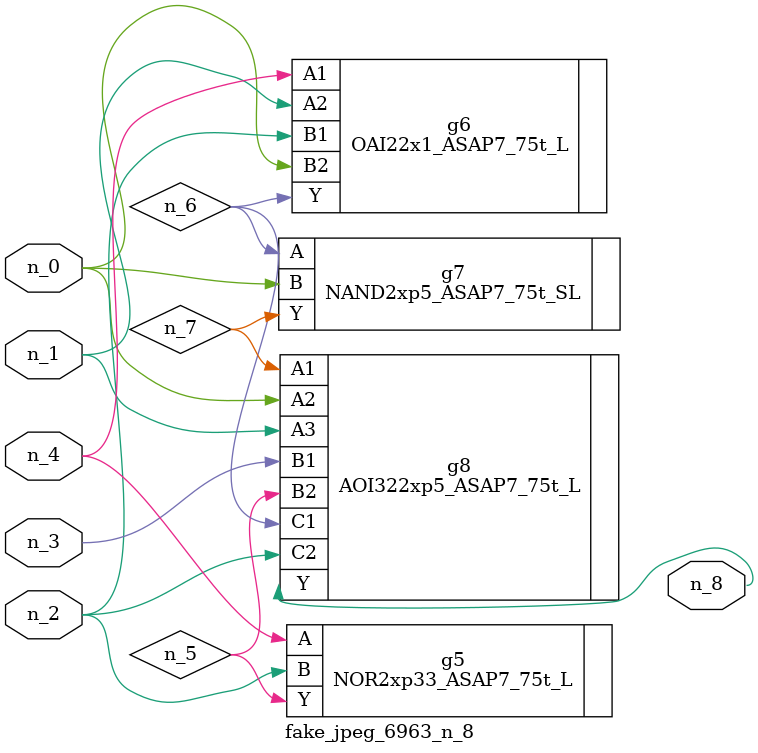
<source format=v>
module fake_jpeg_6963_n_8 (n_3, n_2, n_1, n_0, n_4, n_8);

input n_3;
input n_2;
input n_1;
input n_0;
input n_4;

output n_8;

wire n_6;
wire n_5;
wire n_7;

NOR2xp33_ASAP7_75t_L g5 ( 
.A(n_4),
.B(n_2),
.Y(n_5)
);

OAI22x1_ASAP7_75t_L g6 ( 
.A1(n_4),
.A2(n_1),
.B1(n_2),
.B2(n_0),
.Y(n_6)
);

NAND2xp5_ASAP7_75t_SL g7 ( 
.A(n_6),
.B(n_0),
.Y(n_7)
);

AOI322xp5_ASAP7_75t_L g8 ( 
.A1(n_7),
.A2(n_0),
.A3(n_1),
.B1(n_3),
.B2(n_5),
.C1(n_6),
.C2(n_2),
.Y(n_8)
);


endmodule
</source>
